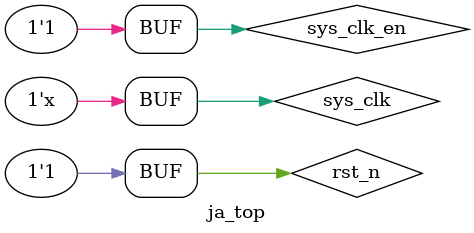
<source format=sv>
/*
   Project:     transactor
   Engg Name:   johnson amalraj
   File name:   top.sv
   Description: this is the top file for transactor model
   TODO :       Need to dump waves
                Need to define the timescale
*/
// ====================================================

`include "interface.sv" // include the interface file
`include "../test_lib/asic_basic_test.sv" // include the basic test

module ja_top; 

  // Declartion of variables 
  bit sys_clk_en; // Variable for sys_clk_en
  bit sys_clk;    // Variable for clk
  bit rst_n;      // Variable for rst_n

    // Block to initialize the varaibles
    initial begin // intial block 
      sys_clk_en = 0;
      sys_clk    = 0;
      rst_n      = 1;
      #(5ns) // wait for 5ns to enable the sys_clk_en 
      sys_clk_en = 1;
    end // intitial block

    // Block for Clock genertion
    always begin // always block for clock gen 
      if (sys_clk_en == 1) begin // if sys_clk enable
        #(1ns) // delay in ns for clock frequency 
        sys_clk = !sys_clk; // toggle clock
      end // if loop sys_clk enable
    end // always loop

    // Connecting master interface
    intf master_intf
    (
      .sys_clk (sys_clk),
      .clk     (clk),
      .rst_n   (rst_n),
      .sel     (sel),
      .en      (en),
      .addr    (addr),
      .wr_data (wr_data),
      .rd_data (rd_data),
      .wr_en   (wr_en),
    );

    // Connecting slave interface
    intf slave_intf 
    (
      .sys_clk (sys_clk),
      .clk     (clk),
      .rst_n   (rst_n),
      .sel     (sel),
      .en      (en),
      .addr    (addr),
      .wr_data (wr_data),
      .rd_data (rd_data),
      .wr_en   (wr_en),
    );

    // Testcase instance, interface handle is passed to test as an argument
    test test_u1(master_intf, slave_intf);

    // Enabling the wave dump
    initial begin 
      $dumpfile("dump.vcd"); $dumpvars;
    end

endmodule

</source>
